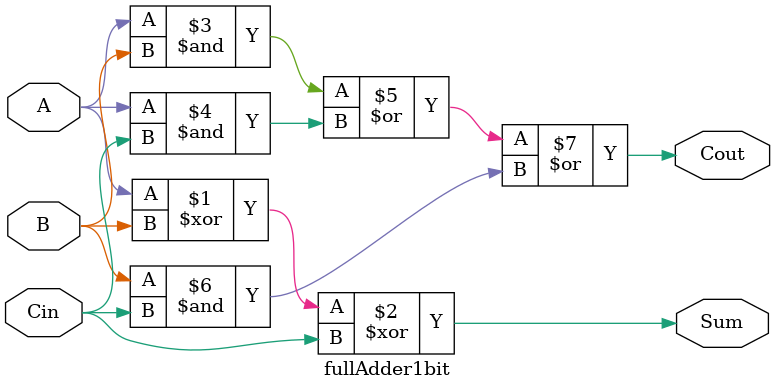
<source format=v>
module fullAdder1bit (
	input A, B, Cin,
	output Sum, Cout
	);
	
assign Sum = A^B^Cin;					//soma = A xor B xor Cin
assign Cout = A&B | A&Cin | B&Cin; 	//carry out = AB + ACin + BCin

endmodule

</source>
